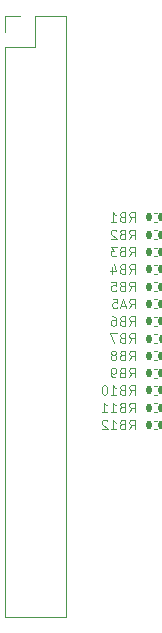
<source format=gbr>
%TF.GenerationSoftware,KiCad,Pcbnew,(6.0.9)*%
%TF.CreationDate,2022-12-05T09:35:11+08:00*%
%TF.ProjectId,Sitronix_2.1''_480x480,53697472-6f6e-4697-985f-322e3127275f,rev?*%
%TF.SameCoordinates,Original*%
%TF.FileFunction,Legend,Bot*%
%TF.FilePolarity,Positive*%
%FSLAX46Y46*%
G04 Gerber Fmt 4.6, Leading zero omitted, Abs format (unit mm)*
G04 Created by KiCad (PCBNEW (6.0.9)) date 2022-12-05 09:35:11*
%MOMM*%
%LPD*%
G01*
G04 APERTURE LIST*
G04 Aperture macros list*
%AMRoundRect*
0 Rectangle with rounded corners*
0 $1 Rounding radius*
0 $2 $3 $4 $5 $6 $7 $8 $9 X,Y pos of 4 corners*
0 Add a 4 corners polygon primitive as box body*
4,1,4,$2,$3,$4,$5,$6,$7,$8,$9,$2,$3,0*
0 Add four circle primitives for the rounded corners*
1,1,$1+$1,$2,$3*
1,1,$1+$1,$4,$5*
1,1,$1+$1,$6,$7*
1,1,$1+$1,$8,$9*
0 Add four rect primitives between the rounded corners*
20,1,$1+$1,$2,$3,$4,$5,0*
20,1,$1+$1,$4,$5,$6,$7,0*
20,1,$1+$1,$6,$7,$8,$9,0*
20,1,$1+$1,$8,$9,$2,$3,0*%
G04 Aperture macros list end*
%ADD10C,0.120000*%
%ADD11R,1.700000X1.700000*%
%ADD12O,1.700000X1.700000*%
%ADD13RoundRect,0.135000X-0.135000X-0.185000X0.135000X-0.185000X0.135000X0.185000X-0.135000X0.185000X0*%
%ADD14RoundRect,0.135000X0.135000X0.185000X-0.135000X0.185000X-0.135000X-0.185000X0.135000X-0.185000X0*%
G04 APERTURE END LIST*
D10*
%TO.C,RB7*%
X135559733Y-95857435D02*
X135826400Y-95476483D01*
X136016876Y-95857435D02*
X136016876Y-95057435D01*
X135712114Y-95057435D01*
X135635923Y-95095531D01*
X135597828Y-95133626D01*
X135559733Y-95209816D01*
X135559733Y-95324102D01*
X135597828Y-95400292D01*
X135635923Y-95438388D01*
X135712114Y-95476483D01*
X136016876Y-95476483D01*
X134950209Y-95438388D02*
X134835923Y-95476483D01*
X134797828Y-95514578D01*
X134759733Y-95590769D01*
X134759733Y-95705054D01*
X134797828Y-95781245D01*
X134835923Y-95819340D01*
X134912114Y-95857435D01*
X135216876Y-95857435D01*
X135216876Y-95057435D01*
X134950209Y-95057435D01*
X134874019Y-95095531D01*
X134835923Y-95133626D01*
X134797828Y-95209816D01*
X134797828Y-95286007D01*
X134835923Y-95362197D01*
X134874019Y-95400292D01*
X134950209Y-95438388D01*
X135216876Y-95438388D01*
X134493066Y-95057435D02*
X133959733Y-95057435D01*
X134302590Y-95857435D01*
%TO.C,RB2*%
X135559733Y-87069037D02*
X135826400Y-86688085D01*
X136016876Y-87069037D02*
X136016876Y-86269037D01*
X135712114Y-86269037D01*
X135635923Y-86307133D01*
X135597828Y-86345228D01*
X135559733Y-86421418D01*
X135559733Y-86535704D01*
X135597828Y-86611894D01*
X135635923Y-86649990D01*
X135712114Y-86688085D01*
X136016876Y-86688085D01*
X134950209Y-86649990D02*
X134835923Y-86688085D01*
X134797828Y-86726180D01*
X134759733Y-86802371D01*
X134759733Y-86916656D01*
X134797828Y-86992847D01*
X134835923Y-87030942D01*
X134912114Y-87069037D01*
X135216876Y-87069037D01*
X135216876Y-86269037D01*
X134950209Y-86269037D01*
X134874019Y-86307133D01*
X134835923Y-86345228D01*
X134797828Y-86421418D01*
X134797828Y-86497609D01*
X134835923Y-86573799D01*
X134874019Y-86611894D01*
X134950209Y-86649990D01*
X135216876Y-86649990D01*
X134454971Y-86345228D02*
X134416876Y-86307133D01*
X134340685Y-86269037D01*
X134150209Y-86269037D01*
X134074019Y-86307133D01*
X134035923Y-86345228D01*
X133997828Y-86421418D01*
X133997828Y-86497609D01*
X134035923Y-86611894D01*
X134493066Y-87069037D01*
X133997828Y-87069037D01*
%TO.C,RB1*%
X135559733Y-85604304D02*
X135826400Y-85223352D01*
X136016876Y-85604304D02*
X136016876Y-84804304D01*
X135712114Y-84804304D01*
X135635923Y-84842400D01*
X135597828Y-84880495D01*
X135559733Y-84956685D01*
X135559733Y-85070971D01*
X135597828Y-85147161D01*
X135635923Y-85185257D01*
X135712114Y-85223352D01*
X136016876Y-85223352D01*
X134950209Y-85185257D02*
X134835923Y-85223352D01*
X134797828Y-85261447D01*
X134759733Y-85337638D01*
X134759733Y-85451923D01*
X134797828Y-85528114D01*
X134835923Y-85566209D01*
X134912114Y-85604304D01*
X135216876Y-85604304D01*
X135216876Y-84804304D01*
X134950209Y-84804304D01*
X134874019Y-84842400D01*
X134835923Y-84880495D01*
X134797828Y-84956685D01*
X134797828Y-85032876D01*
X134835923Y-85109066D01*
X134874019Y-85147161D01*
X134950209Y-85185257D01*
X135216876Y-85185257D01*
X133997828Y-85604304D02*
X134454971Y-85604304D01*
X134226400Y-85604304D02*
X134226400Y-84804304D01*
X134302590Y-84918590D01*
X134378780Y-84994780D01*
X134454971Y-85032876D01*
%TO.C,RB9*%
X135559733Y-98786901D02*
X135826400Y-98405949D01*
X136016876Y-98786901D02*
X136016876Y-97986901D01*
X135712114Y-97986901D01*
X135635923Y-98024997D01*
X135597828Y-98063092D01*
X135559733Y-98139282D01*
X135559733Y-98253568D01*
X135597828Y-98329758D01*
X135635923Y-98367854D01*
X135712114Y-98405949D01*
X136016876Y-98405949D01*
X134950209Y-98367854D02*
X134835923Y-98405949D01*
X134797828Y-98444044D01*
X134759733Y-98520235D01*
X134759733Y-98634520D01*
X134797828Y-98710711D01*
X134835923Y-98748806D01*
X134912114Y-98786901D01*
X135216876Y-98786901D01*
X135216876Y-97986901D01*
X134950209Y-97986901D01*
X134874019Y-98024997D01*
X134835923Y-98063092D01*
X134797828Y-98139282D01*
X134797828Y-98215473D01*
X134835923Y-98291663D01*
X134874019Y-98329758D01*
X134950209Y-98367854D01*
X135216876Y-98367854D01*
X134378780Y-98786901D02*
X134226400Y-98786901D01*
X134150209Y-98748806D01*
X134112114Y-98710711D01*
X134035923Y-98596425D01*
X133997828Y-98444044D01*
X133997828Y-98139282D01*
X134035923Y-98063092D01*
X134074019Y-98024997D01*
X134150209Y-97986901D01*
X134302590Y-97986901D01*
X134378780Y-98024997D01*
X134416876Y-98063092D01*
X134454971Y-98139282D01*
X134454971Y-98329758D01*
X134416876Y-98405949D01*
X134378780Y-98444044D01*
X134302590Y-98482139D01*
X134150209Y-98482139D01*
X134074019Y-98444044D01*
X134035923Y-98405949D01*
X133997828Y-98329758D01*
%TO.C,RB5*%
X135559733Y-91463236D02*
X135826400Y-91082284D01*
X136016876Y-91463236D02*
X136016876Y-90663236D01*
X135712114Y-90663236D01*
X135635923Y-90701332D01*
X135597828Y-90739427D01*
X135559733Y-90815617D01*
X135559733Y-90929903D01*
X135597828Y-91006093D01*
X135635923Y-91044189D01*
X135712114Y-91082284D01*
X136016876Y-91082284D01*
X134950209Y-91044189D02*
X134835923Y-91082284D01*
X134797828Y-91120379D01*
X134759733Y-91196570D01*
X134759733Y-91310855D01*
X134797828Y-91387046D01*
X134835923Y-91425141D01*
X134912114Y-91463236D01*
X135216876Y-91463236D01*
X135216876Y-90663236D01*
X134950209Y-90663236D01*
X134874019Y-90701332D01*
X134835923Y-90739427D01*
X134797828Y-90815617D01*
X134797828Y-90891808D01*
X134835923Y-90967998D01*
X134874019Y-91006093D01*
X134950209Y-91044189D01*
X135216876Y-91044189D01*
X134035923Y-90663236D02*
X134416876Y-90663236D01*
X134454971Y-91044189D01*
X134416876Y-91006093D01*
X134340685Y-90967998D01*
X134150209Y-90967998D01*
X134074019Y-91006093D01*
X134035923Y-91044189D01*
X133997828Y-91120379D01*
X133997828Y-91310855D01*
X134035923Y-91387046D01*
X134074019Y-91425141D01*
X134150209Y-91463236D01*
X134340685Y-91463236D01*
X134416876Y-91425141D01*
X134454971Y-91387046D01*
%TO.C,RB12*%
X135559733Y-103181100D02*
X135826400Y-102800148D01*
X136016876Y-103181100D02*
X136016876Y-102381100D01*
X135712114Y-102381100D01*
X135635924Y-102419196D01*
X135597828Y-102457291D01*
X135559733Y-102533481D01*
X135559733Y-102647767D01*
X135597828Y-102723957D01*
X135635924Y-102762053D01*
X135712114Y-102800148D01*
X136016876Y-102800148D01*
X134950209Y-102762053D02*
X134835924Y-102800148D01*
X134797828Y-102838243D01*
X134759733Y-102914434D01*
X134759733Y-103028719D01*
X134797828Y-103104910D01*
X134835924Y-103143005D01*
X134912114Y-103181100D01*
X135216876Y-103181100D01*
X135216876Y-102381100D01*
X134950209Y-102381100D01*
X134874019Y-102419196D01*
X134835924Y-102457291D01*
X134797828Y-102533481D01*
X134797828Y-102609672D01*
X134835924Y-102685862D01*
X134874019Y-102723957D01*
X134950209Y-102762053D01*
X135216876Y-102762053D01*
X133997828Y-103181100D02*
X134454971Y-103181100D01*
X134226400Y-103181100D02*
X134226400Y-102381100D01*
X134302590Y-102495386D01*
X134378781Y-102571576D01*
X134454971Y-102609672D01*
X133693067Y-102457291D02*
X133654971Y-102419196D01*
X133578781Y-102381100D01*
X133388305Y-102381100D01*
X133312114Y-102419196D01*
X133274019Y-102457291D01*
X133235924Y-102533481D01*
X133235924Y-102609672D01*
X133274019Y-102723957D01*
X133731162Y-103181100D01*
X133235924Y-103181100D01*
%TO.C,RB4*%
X135559733Y-89998503D02*
X135826400Y-89617551D01*
X136016876Y-89998503D02*
X136016876Y-89198503D01*
X135712114Y-89198503D01*
X135635923Y-89236599D01*
X135597828Y-89274694D01*
X135559733Y-89350884D01*
X135559733Y-89465170D01*
X135597828Y-89541360D01*
X135635923Y-89579456D01*
X135712114Y-89617551D01*
X136016876Y-89617551D01*
X134950209Y-89579456D02*
X134835923Y-89617551D01*
X134797828Y-89655646D01*
X134759733Y-89731837D01*
X134759733Y-89846122D01*
X134797828Y-89922313D01*
X134835923Y-89960408D01*
X134912114Y-89998503D01*
X135216876Y-89998503D01*
X135216876Y-89198503D01*
X134950209Y-89198503D01*
X134874019Y-89236599D01*
X134835923Y-89274694D01*
X134797828Y-89350884D01*
X134797828Y-89427075D01*
X134835923Y-89503265D01*
X134874019Y-89541360D01*
X134950209Y-89579456D01*
X135216876Y-89579456D01*
X134074019Y-89465170D02*
X134074019Y-89998503D01*
X134264495Y-89160408D02*
X134454971Y-89731837D01*
X133959733Y-89731837D01*
%TO.C,RB8*%
X135559733Y-97322168D02*
X135826400Y-96941216D01*
X136016876Y-97322168D02*
X136016876Y-96522168D01*
X135712114Y-96522168D01*
X135635923Y-96560264D01*
X135597828Y-96598359D01*
X135559733Y-96674549D01*
X135559733Y-96788835D01*
X135597828Y-96865025D01*
X135635923Y-96903121D01*
X135712114Y-96941216D01*
X136016876Y-96941216D01*
X134950209Y-96903121D02*
X134835923Y-96941216D01*
X134797828Y-96979311D01*
X134759733Y-97055502D01*
X134759733Y-97169787D01*
X134797828Y-97245978D01*
X134835923Y-97284073D01*
X134912114Y-97322168D01*
X135216876Y-97322168D01*
X135216876Y-96522168D01*
X134950209Y-96522168D01*
X134874019Y-96560264D01*
X134835923Y-96598359D01*
X134797828Y-96674549D01*
X134797828Y-96750740D01*
X134835923Y-96826930D01*
X134874019Y-96865025D01*
X134950209Y-96903121D01*
X135216876Y-96903121D01*
X134302590Y-96865025D02*
X134378780Y-96826930D01*
X134416876Y-96788835D01*
X134454971Y-96712644D01*
X134454971Y-96674549D01*
X134416876Y-96598359D01*
X134378780Y-96560264D01*
X134302590Y-96522168D01*
X134150209Y-96522168D01*
X134074019Y-96560264D01*
X134035923Y-96598359D01*
X133997828Y-96674549D01*
X133997828Y-96712644D01*
X134035923Y-96788835D01*
X134074019Y-96826930D01*
X134150209Y-96865025D01*
X134302590Y-96865025D01*
X134378780Y-96903121D01*
X134416876Y-96941216D01*
X134454971Y-97017406D01*
X134454971Y-97169787D01*
X134416876Y-97245978D01*
X134378780Y-97284073D01*
X134302590Y-97322168D01*
X134150209Y-97322168D01*
X134074019Y-97284073D01*
X134035923Y-97245978D01*
X133997828Y-97169787D01*
X133997828Y-97017406D01*
X134035923Y-96941216D01*
X134074019Y-96903121D01*
X134150209Y-96865025D01*
%TO.C,RB6*%
X135559733Y-94392702D02*
X135826400Y-94011750D01*
X136016876Y-94392702D02*
X136016876Y-93592702D01*
X135712114Y-93592702D01*
X135635923Y-93630798D01*
X135597828Y-93668893D01*
X135559733Y-93745083D01*
X135559733Y-93859369D01*
X135597828Y-93935559D01*
X135635923Y-93973655D01*
X135712114Y-94011750D01*
X136016876Y-94011750D01*
X134950209Y-93973655D02*
X134835923Y-94011750D01*
X134797828Y-94049845D01*
X134759733Y-94126036D01*
X134759733Y-94240321D01*
X134797828Y-94316512D01*
X134835923Y-94354607D01*
X134912114Y-94392702D01*
X135216876Y-94392702D01*
X135216876Y-93592702D01*
X134950209Y-93592702D01*
X134874019Y-93630798D01*
X134835923Y-93668893D01*
X134797828Y-93745083D01*
X134797828Y-93821274D01*
X134835923Y-93897464D01*
X134874019Y-93935559D01*
X134950209Y-93973655D01*
X135216876Y-93973655D01*
X134074019Y-93592702D02*
X134226400Y-93592702D01*
X134302590Y-93630798D01*
X134340685Y-93668893D01*
X134416876Y-93783178D01*
X134454971Y-93935559D01*
X134454971Y-94240321D01*
X134416876Y-94316512D01*
X134378780Y-94354607D01*
X134302590Y-94392702D01*
X134150209Y-94392702D01*
X134074019Y-94354607D01*
X134035923Y-94316512D01*
X133997828Y-94240321D01*
X133997828Y-94049845D01*
X134035923Y-93973655D01*
X134074019Y-93935559D01*
X134150209Y-93897464D01*
X134302590Y-93897464D01*
X134378780Y-93935559D01*
X134416876Y-93973655D01*
X134454971Y-94049845D01*
%TO.C,RA5*%
X135559733Y-92927969D02*
X135826400Y-92547017D01*
X136016876Y-92927969D02*
X136016876Y-92127969D01*
X135712114Y-92127969D01*
X135635923Y-92166065D01*
X135597828Y-92204160D01*
X135559733Y-92280350D01*
X135559733Y-92394636D01*
X135597828Y-92470826D01*
X135635923Y-92508922D01*
X135712114Y-92547017D01*
X136016876Y-92547017D01*
X135254971Y-92699398D02*
X134874019Y-92699398D01*
X135331162Y-92927969D02*
X135064495Y-92127969D01*
X134797828Y-92927969D01*
X134150209Y-92127969D02*
X134531162Y-92127969D01*
X134569257Y-92508922D01*
X134531162Y-92470826D01*
X134454971Y-92432731D01*
X134264495Y-92432731D01*
X134188304Y-92470826D01*
X134150209Y-92508922D01*
X134112114Y-92585112D01*
X134112114Y-92775588D01*
X134150209Y-92851779D01*
X134188304Y-92889874D01*
X134264495Y-92927969D01*
X134454971Y-92927969D01*
X134531162Y-92889874D01*
X134569257Y-92851779D01*
%TO.C,RB11*%
X135559733Y-101716367D02*
X135826400Y-101335415D01*
X136016876Y-101716367D02*
X136016876Y-100916367D01*
X135712114Y-100916367D01*
X135635924Y-100954463D01*
X135597828Y-100992558D01*
X135559733Y-101068748D01*
X135559733Y-101183034D01*
X135597828Y-101259224D01*
X135635924Y-101297320D01*
X135712114Y-101335415D01*
X136016876Y-101335415D01*
X134950209Y-101297320D02*
X134835924Y-101335415D01*
X134797828Y-101373510D01*
X134759733Y-101449701D01*
X134759733Y-101563986D01*
X134797828Y-101640177D01*
X134835924Y-101678272D01*
X134912114Y-101716367D01*
X135216876Y-101716367D01*
X135216876Y-100916367D01*
X134950209Y-100916367D01*
X134874019Y-100954463D01*
X134835924Y-100992558D01*
X134797828Y-101068748D01*
X134797828Y-101144939D01*
X134835924Y-101221129D01*
X134874019Y-101259224D01*
X134950209Y-101297320D01*
X135216876Y-101297320D01*
X133997828Y-101716367D02*
X134454971Y-101716367D01*
X134226400Y-101716367D02*
X134226400Y-100916367D01*
X134302590Y-101030653D01*
X134378781Y-101106843D01*
X134454971Y-101144939D01*
X133235924Y-101716367D02*
X133693067Y-101716367D01*
X133464495Y-101716367D02*
X133464495Y-100916367D01*
X133540686Y-101030653D01*
X133616876Y-101106843D01*
X133693067Y-101144939D01*
%TO.C,RB10*%
X135559733Y-100251634D02*
X135826400Y-99870682D01*
X136016876Y-100251634D02*
X136016876Y-99451634D01*
X135712114Y-99451634D01*
X135635924Y-99489730D01*
X135597828Y-99527825D01*
X135559733Y-99604015D01*
X135559733Y-99718301D01*
X135597828Y-99794491D01*
X135635924Y-99832587D01*
X135712114Y-99870682D01*
X136016876Y-99870682D01*
X134950209Y-99832587D02*
X134835924Y-99870682D01*
X134797828Y-99908777D01*
X134759733Y-99984968D01*
X134759733Y-100099253D01*
X134797828Y-100175444D01*
X134835924Y-100213539D01*
X134912114Y-100251634D01*
X135216876Y-100251634D01*
X135216876Y-99451634D01*
X134950209Y-99451634D01*
X134874019Y-99489730D01*
X134835924Y-99527825D01*
X134797828Y-99604015D01*
X134797828Y-99680206D01*
X134835924Y-99756396D01*
X134874019Y-99794491D01*
X134950209Y-99832587D01*
X135216876Y-99832587D01*
X133997828Y-100251634D02*
X134454971Y-100251634D01*
X134226400Y-100251634D02*
X134226400Y-99451634D01*
X134302590Y-99565920D01*
X134378781Y-99642110D01*
X134454971Y-99680206D01*
X133502590Y-99451634D02*
X133426400Y-99451634D01*
X133350209Y-99489730D01*
X133312114Y-99527825D01*
X133274019Y-99604015D01*
X133235924Y-99756396D01*
X133235924Y-99946872D01*
X133274019Y-100099253D01*
X133312114Y-100175444D01*
X133350209Y-100213539D01*
X133426400Y-100251634D01*
X133502590Y-100251634D01*
X133578781Y-100213539D01*
X133616876Y-100175444D01*
X133654971Y-100099253D01*
X133693067Y-99946872D01*
X133693067Y-99756396D01*
X133654971Y-99604015D01*
X133616876Y-99527825D01*
X133578781Y-99489730D01*
X133502590Y-99451634D01*
%TO.C,RB3*%
X135559733Y-88533770D02*
X135826400Y-88152818D01*
X136016876Y-88533770D02*
X136016876Y-87733770D01*
X135712114Y-87733770D01*
X135635923Y-87771866D01*
X135597828Y-87809961D01*
X135559733Y-87886151D01*
X135559733Y-88000437D01*
X135597828Y-88076627D01*
X135635923Y-88114723D01*
X135712114Y-88152818D01*
X136016876Y-88152818D01*
X134950209Y-88114723D02*
X134835923Y-88152818D01*
X134797828Y-88190913D01*
X134759733Y-88267104D01*
X134759733Y-88381389D01*
X134797828Y-88457580D01*
X134835923Y-88495675D01*
X134912114Y-88533770D01*
X135216876Y-88533770D01*
X135216876Y-87733770D01*
X134950209Y-87733770D01*
X134874019Y-87771866D01*
X134835923Y-87809961D01*
X134797828Y-87886151D01*
X134797828Y-87962342D01*
X134835923Y-88038532D01*
X134874019Y-88076627D01*
X134950209Y-88114723D01*
X135216876Y-88114723D01*
X134493066Y-87733770D02*
X133997828Y-87733770D01*
X134264495Y-88038532D01*
X134150209Y-88038532D01*
X134074019Y-88076627D01*
X134035923Y-88114723D01*
X133997828Y-88190913D01*
X133997828Y-88381389D01*
X134035923Y-88457580D01*
X134074019Y-88495675D01*
X134150209Y-88533770D01*
X134378780Y-88533770D01*
X134454971Y-88495675D01*
X134493066Y-88457580D01*
%TO.C,J1*%
X127609600Y-70764400D02*
X125009600Y-70764400D01*
X130209600Y-68164400D02*
X127609600Y-68164400D01*
X130209600Y-119084400D02*
X125009600Y-119084400D01*
X127609600Y-68164400D02*
X127609600Y-70764400D01*
X126339600Y-68164400D02*
X125009600Y-68164400D01*
X125009600Y-70764400D02*
X125009600Y-119084400D01*
X130209600Y-68164400D02*
X130209600Y-119084400D01*
X125009600Y-68164400D02*
X125009600Y-69494400D01*
%TO.C,RB7*%
X137633859Y-95107066D02*
X137941141Y-95107066D01*
X137633859Y-95867066D02*
X137941141Y-95867066D01*
%TO.C,RB2*%
X137939141Y-86318668D02*
X137631859Y-86318668D01*
X137939141Y-87078668D02*
X137631859Y-87078668D01*
%TO.C,RB1*%
X137939141Y-84853935D02*
X137631859Y-84853935D01*
X137939141Y-85613935D02*
X137631859Y-85613935D01*
%TO.C,RB9*%
X137939141Y-98036532D02*
X137631859Y-98036532D01*
X137939141Y-98796532D02*
X137631859Y-98796532D01*
%TO.C,RB5*%
X137939141Y-91472867D02*
X137631859Y-91472867D01*
X137939141Y-90712867D02*
X137631859Y-90712867D01*
%TO.C,RB12*%
X137939141Y-102430735D02*
X137631859Y-102430735D01*
X137939141Y-103190735D02*
X137631859Y-103190735D01*
%TO.C,RB4*%
X137939141Y-90008134D02*
X137631859Y-90008134D01*
X137939141Y-89248134D02*
X137631859Y-89248134D01*
%TO.C,RB8*%
X137939141Y-97331799D02*
X137631859Y-97331799D01*
X137939141Y-96571799D02*
X137631859Y-96571799D01*
%TO.C,RB6*%
X137939141Y-93642333D02*
X137631859Y-93642333D01*
X137939141Y-94402333D02*
X137631859Y-94402333D01*
%TO.C,RA5*%
X137939141Y-92937600D02*
X137631859Y-92937600D01*
X137939141Y-92177600D02*
X137631859Y-92177600D01*
%TO.C,RB11*%
X137939141Y-100965998D02*
X137631859Y-100965998D01*
X137939141Y-101725998D02*
X137631859Y-101725998D01*
%TO.C,RB10*%
X137939141Y-100261265D02*
X137631859Y-100261265D01*
X137939141Y-99501265D02*
X137631859Y-99501265D01*
%TO.C,RB3*%
X137939141Y-88543401D02*
X137631859Y-88543401D01*
X137939141Y-87783401D02*
X137631859Y-87783401D01*
%TD*%
%LPC*%
D11*
%TO.C,J1*%
X126339600Y-69494400D03*
D12*
X128879600Y-69494400D03*
X126339600Y-72034400D03*
X128879600Y-72034400D03*
X126339600Y-74574400D03*
X128879600Y-74574400D03*
X126339600Y-77114400D03*
X128879600Y-77114400D03*
X126339600Y-79654400D03*
X128879600Y-79654400D03*
X126339600Y-82194400D03*
X128879600Y-82194400D03*
X126339600Y-84734400D03*
X128879600Y-84734400D03*
X126339600Y-87274400D03*
X128879600Y-87274400D03*
X126339600Y-89814400D03*
X128879600Y-89814400D03*
X126339600Y-92354400D03*
X128879600Y-92354400D03*
X126339600Y-94894400D03*
X128879600Y-94894400D03*
X126339600Y-97434400D03*
X128879600Y-97434400D03*
X126339600Y-99974400D03*
X128879600Y-99974400D03*
X126339600Y-102514400D03*
X128879600Y-102514400D03*
X126339600Y-105054400D03*
X128879600Y-105054400D03*
X126339600Y-107594400D03*
X128879600Y-107594400D03*
X126339600Y-110134400D03*
X128879600Y-110134400D03*
X126339600Y-112674400D03*
X128879600Y-112674400D03*
X126339600Y-115214400D03*
X128879600Y-115214400D03*
X126339600Y-117754400D03*
X128879600Y-117754400D03*
%TD*%
D11*
%TO.C,J2*%
X141292700Y-80111600D03*
D12*
X143832700Y-80111600D03*
%TD*%
D13*
%TO.C,RB7*%
X137277500Y-95487066D03*
X138297500Y-95487066D03*
%TD*%
D14*
%TO.C,RB2*%
X138295500Y-86698668D03*
X137275500Y-86698668D03*
%TD*%
%TO.C,RB1*%
X138295500Y-85233935D03*
X137275500Y-85233935D03*
%TD*%
%TO.C,RB9*%
X138295500Y-98416532D03*
X137275500Y-98416532D03*
%TD*%
%TO.C,RB5*%
X138295500Y-91092867D03*
X137275500Y-91092867D03*
%TD*%
%TO.C,RB12*%
X138295500Y-102810735D03*
X137275500Y-102810735D03*
%TD*%
%TO.C,RB4*%
X138295500Y-89628134D03*
X137275500Y-89628134D03*
%TD*%
%TO.C,RB8*%
X138295500Y-96951799D03*
X137275500Y-96951799D03*
%TD*%
%TO.C,RB6*%
X138295500Y-94022333D03*
X137275500Y-94022333D03*
%TD*%
%TO.C,RA5*%
X138295500Y-92557600D03*
X137275500Y-92557600D03*
%TD*%
%TO.C,RB11*%
X138295500Y-101345998D03*
X137275500Y-101345998D03*
%TD*%
%TO.C,RB10*%
X138295500Y-99881265D03*
X137275500Y-99881265D03*
%TD*%
%TO.C,RB3*%
X138295500Y-88163401D03*
X137275500Y-88163401D03*
%TD*%
M02*

</source>
